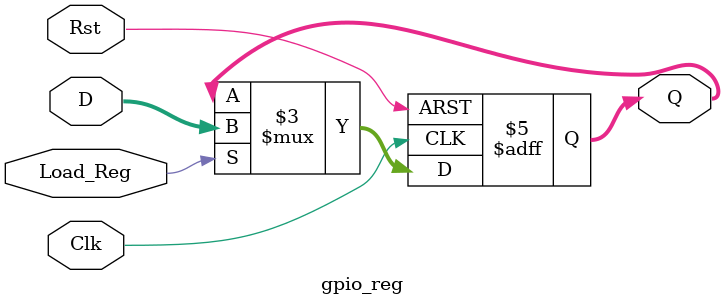
<source format=v>
`timescale 1ns / 1ps

// Used for gpO1 and gpO2
module gpio_reg #(parameter w = 32) (
        input   wire    [w-1:0] D,
        input   wire            Clk, Rst,
        input   wire            Load_Reg,
        output  reg     [w-1:0] Q
    );
    
    always @ (posedge Clk, posedge Rst) begin
        if (Rst)
            Q <= 0;
        else if (Load_Reg)
            Q <= D;
        else 
            Q <= Q;
    end
endmodule
</source>
